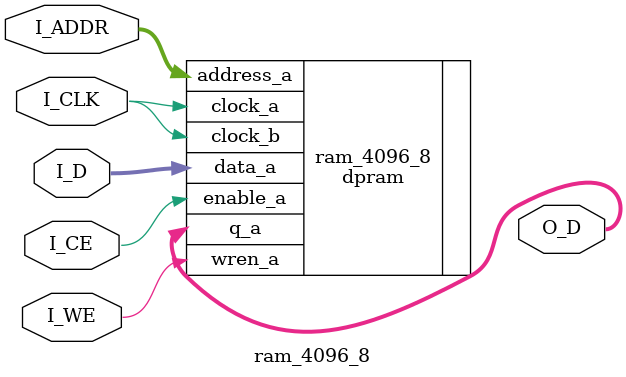
<source format=v>

module  ram_1024_8_8
(
	input  I_CLKA,I_CLKB,
	input  [9:0]I_ADDRA,I_ADDRB,
	input  [7:0]I_DA,I_DB,
	input  I_CEA,I_CEB,
	input  I_WEA,I_WEB,
	output [7:0]O_DA,O_DB
);

wire   [7:0]W_DOA,W_DOB;
assign O_DA = I_CEA ? W_DOA : 8'h00;
assign O_DB = I_CEB ? W_DOB : 8'h00;

dpram #(10,8) ram_1024_8_8
(
	.clock_a(I_CLKA),
	.address_a(I_ADDRA),
	.data_a(I_DA),
	.enable_a(I_CEA),	
	.wren_a(I_WEA),
	.q_a(W_DOA),

	.clock_b(I_CLKB),
	.address_b(I_ADDRB),
	.data_b(I_DB),
	.enable_b(I_CEB),
	.wren_b(I_WEB),
	.q_b(W_DOB)
);

endmodule

/////////////////////////////////////////////////////////////////////

module  ram_1024_8
(
	input  I_CLK,
	input  [9:0]I_ADDR,
	input  [7:0]I_D,
	input  I_CE,
	input  I_WE,
	output [7:0]O_D
);

wire   [7:0]W_DO;
assign O_D = I_CE ? W_DO : 8'h00;

dpram #(10,8) ram_1024_8
(
	.clock_a(I_CLK),
	.address_a(I_ADDR),
	.data_a(I_D),
	.wren_a(I_WE),
	.enable_a(I_CE),
	.q_a(W_DO),

	.clock_b(I_CLK)
);

endmodule

/////////////////////////////////////////////////////////////////////

module  ram_2N
(
	input  I_CLK,
	input  [7:0]I_ADDR,
	input  [3:0]I_D,
	input  I_CE,
	input  I_WE,
	output [3:0]O_D
);

dpram #(8,4) ram_256_4
(
	.clock_a(I_CLK),
	.address_a(I_ADDR),
	.data_a(I_D),
	.wren_a(I_WE),
	.enable_a(I_CE),
	.q_a(O_D),

	.clock_b(I_CLK)
);

endmodule

/////////////////////////////////////////////////////////////////////

module  ram_256_8
(
   input  I_CLKA,
   input  [7:0]I_ADDRA,
   input  [7:0]I_DA,
   input  I_CEA,
   input  I_WEA,
   output [7:0]O_DA
);

dpram #(8,8) ram_256_8
(
   .clock_a(I_CLKA),
   .address_a(I_ADDRA),
   .data_a(I_DA),
   .enable_a(I_CEA),	
   .wren_a(I_WEA),
   .q_a(O_DA),

   .clock_b(I_CLKA)
);

endmodule

/////////////////////////////////////////////////////////////////////

module  ram_64_9
(
   input  I_CLKA,
   input  [5:0]I_ADDRA,
   input  [8:0]I_DA,
   input  I_CEA,
   input  I_WEA,
   output [8:0]O_DA
);


dpram #(6,9) ram_64x9
(
   .clock_a(I_CLKA),
   .address_a(I_ADDRA),
   .data_a(I_DA),
   .enable_a(I_CEA),
   .wren_a(I_WEA),
   .q_a(O_DA),

   .clock_b(I_CLKA)
);

endmodule

/////////////////////////////////////////////////////////////////////

module  ram_2EF
(
	input  I_CLKA,I_CLKB,
	input  [7:0]I_ADDRA,I_ADDRB,
	input  [7:0]I_DA,I_DB,
	input  I_CEA,I_CEB,
	input  I_WEA,I_WEB,
	output [7:0]O_DA,O_DB
);

dpram #(9,8) ram_512_8
(
	.clock_a(I_CLKA),
	.address_a({1'b0,I_ADDRA}),
	.data_a(I_DA),
	.enable_a(I_CEA),	
	.wren_a(I_WEA),
	.q_a(O_DA),

	.clock_b(I_CLKB),
	.address_b({1'b1,I_ADDRB}),
	.data_b(I_DB),
	.enable_b(I_CEB),
	.wren_b(I_WEB),
	.q_b(O_DB)
);

endmodule

/////////////////////////////////////////////////////////////////////

module  double_scan
(
	input  I_CLKA,I_CLKB,
	input  [8:0]I_ADDRA,I_ADDRB,
	input  [7:0]I_DA,I_DB,
	input  I_CEA,I_CEB,
	input  I_WEA,I_WEB,
	output [7:0]O_DA,O_DB
);

dpram #(9,8) ram_512_8
(
	.clock_a(I_CLKA),
	.address_a(I_ADDRA),
	.data_a(I_DA),
	.enable_a(I_CEA),	
	.wren_a(I_WEA),
	.q_a(O_DA),

	.clock_b(I_CLKB),
	.address_b(I_ADDRB),
	.data_b(I_DB),
	.enable_b(I_CEB),
	.wren_b(I_WEB),
	.q_b(O_DB)
);

endmodule

/////////////////////////////////////////////////////////////////////

module  ram_128_8
(
	input  I_CLK,
	input  [6:0]I_ADDR,
	input  [7:0]I_D,
	input  I_CE,
	input  I_WE,
	output [7:0]O_D
);

dpram #(7,8) ram_128_8
(
	.clock_a(I_CLK),
	.address_a(I_ADDR),
	.data_a(I_D),
	.wren_a(I_WE),
	.enable_a(I_CE),
	.q_a(O_D),
	
	.clock_b(I_CLK)
);

endmodule

/////////////////////////////////////////////////////////////////////

module  ram_2048_8_8
(
	input  I_CLKA,I_CLKB,
	input  [10:0]I_ADDRA,I_ADDRB,
	input  [7:0]I_DA,I_DB,
	input  I_CEA,I_CEB,
	input  I_OEA,I_OEB,
	input  I_WEA,I_WEB,
	output [7:0]O_DA,O_DB
);

wire   [7:0]W_DOA,W_DOB;
assign O_DA = I_CEA & I_OEA ? W_DOA : 8'h00;
assign O_DB = I_CEB & I_OEB ? W_DOB : 8'h00;

dpram #(11,8) ram_2048_8_8
(
	.clock_a(I_CLKA),
	.address_a(I_ADDRA),
	.data_a(I_DA),
	.enable_a(I_CEA),	
	.wren_a(I_WEA),
	.q_a(W_DOA),

	.clock_b(I_CLKB),
	.address_b(I_ADDRB),
	.data_b(I_DB),
	.enable_b(I_CEB),
	.wren_b(I_WEB),
	.q_b(W_DOB)
);

endmodule


/////////////////////////////////////////////////////////////////////


module  ram_2048_8
(
	input  I_CLK,
	input  [10:0]I_ADDR,
	input  [7:0]I_D,
	input  I_CE,
	input  I_WE,
	output [7:0]O_D
);

dpram #(11,8) ram_2048_8
(
	.clock_a(I_CLK),
	.address_a(I_ADDR),
	.data_a(I_D),
	.wren_a(I_WE),
	.enable_a(I_CE),
	.q_a(O_D),

	.clock_b(I_CLK)
);

endmodule

/////////////////////////////////////////////////////////////////////

module  ram_4096_8
(
	input  I_CLK,
	input  [11:0]I_ADDR,
	input  [7:0]I_D,
	input  I_CE,
	input  I_WE,
	output [7:0]O_D
);


dpram #(12,8) ram_4096_8
(
	.clock_a(I_CLK),
	.address_a(I_ADDR),
	.data_a(I_D),
	.wren_a(I_WE),
	.enable_a(I_CE),
	.q_a(O_D),

	.clock_b(I_CLK)
);

endmodule


</source>
